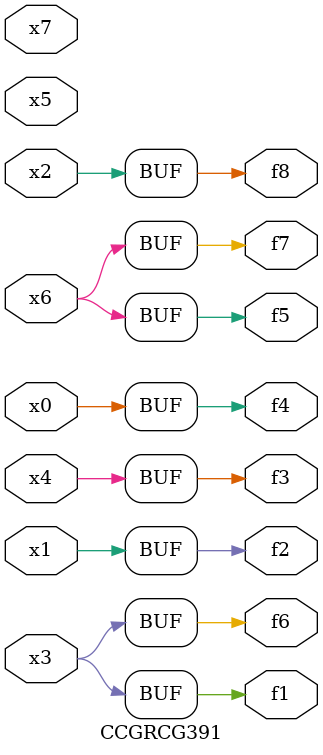
<source format=v>
module CCGRCG391(
	input x0, x1, x2, x3, x4, x5, x6, x7,
	output f1, f2, f3, f4, f5, f6, f7, f8
);
	assign f1 = x3;
	assign f2 = x1;
	assign f3 = x4;
	assign f4 = x0;
	assign f5 = x6;
	assign f6 = x3;
	assign f7 = x6;
	assign f8 = x2;
endmodule

</source>
